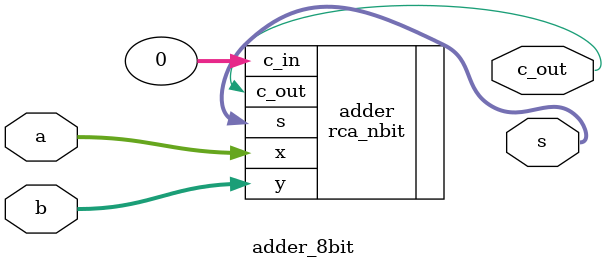
<source format=v>
module adder_8bit (
    input [7: 0] a, b,
    output [7: 0] s,
    output c_out
);
    rca_nbit #(.n(8)) adder (
        .x(a),
        .y(b),
        .c_in(0),
        .s(s),
        .c_out(c_out)
    );
endmodule
</source>
